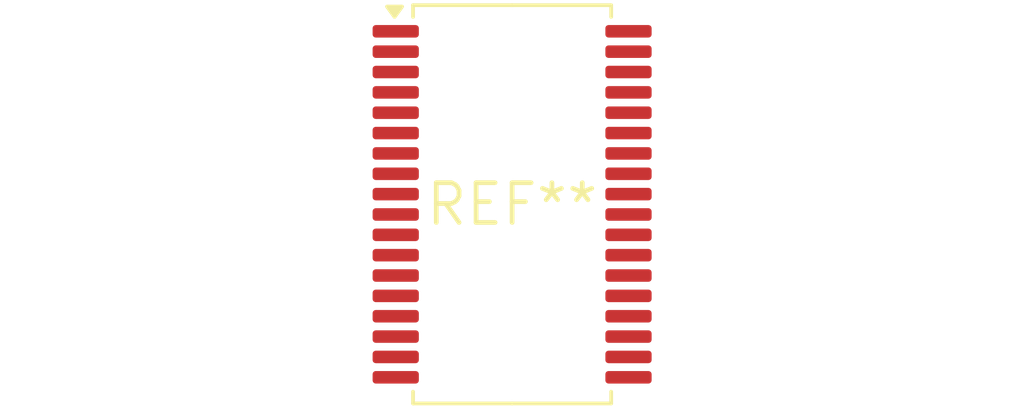
<source format=kicad_pcb>
(kicad_pcb (version 20240108) (generator pcbnew)
  (layers (0 "F.Cu" signal) (31 "B.Cu" signal) (34 "B.Paste" user) (35 "F.Paste" user) (36 "B.SilkS" user "B.Silkscreen") (37 "F.SilkS" user "F.Silkscreen") (38 "B.Mask" user) (39 "F.Mask" user) (44 "Edge.Cuts" user))
  (net 0 "")
  (footprint "TSSOP-36_6.1x12.5mm_P0.65mm" (layer "F.Cu") (at 0 0)
    (property "Reference" "REF**")
    (property "Value" "TSSOP-36_6.1x12.5mm_P0.65mm")
    (fp_line (start -3.16 -6.36) (end -3.16 -5.985) (layer "F.SilkS") (stroke (width 0.12)))
    (fp_line (start -3.16 6.36) (end -3.16 5.985) (layer "F.SilkS") (stroke (width 0.12)))
    (fp_line (start 0 -6.36) (end -3.16 -6.36) (layer "F.SilkS") (stroke (width 0.12)))
    (fp_line (start 0 -6.36) (end 3.16 -6.36) (layer "F.SilkS") (stroke (width 0.12)))
    (fp_line (start 0 6.36) (end -3.16 6.36) (layer "F.SilkS") (stroke (width 0.12)))
    (fp_line (start 0 6.36) (end 3.16 6.36) (layer "F.SilkS") (stroke (width 0.12)))
    (fp_line (start 3.16 -6.36) (end 3.16 -5.985) (layer "F.SilkS") (stroke (width 0.12)))
    (fp_line (start 3.16 6.36) (end 3.16 5.985) (layer "F.SilkS") (stroke (width 0.12)))
    (fp_poly (pts (xy -3.75 -5.985) (xy -3.99 -6.315) (xy -3.51 -6.315) (xy -3.75 -5.985)) (layer "F.SilkS") (stroke (width 0.12)) (fill solid))
    (pad "1" smd roundrect (at -3.7125 -5.525) (size 1.475 0.4) (layers "F.Cu" "F.Paste" "F.Mask"))
    (pad "2" smd roundrect (at -3.7125 -4.875) (size 1.475 0.4) (layers "F.Cu" "F.Paste" "F.Mask"))
    (pad "3" smd roundrect (at -3.7125 -4.225) (size 1.475 0.4) (layers "F.Cu" "F.Paste" "F.Mask"))
    (pad "4" smd roundrect (at -3.7125 -3.575) (size 1.475 0.4) (layers "F.Cu" "F.Paste" "F.Mask"))
    (pad "5" smd roundrect (at -3.7125 -2.925) (size 1.475 0.4) (layers "F.Cu" "F.Paste" "F.Mask"))
    (pad "6" smd roundrect (at -3.7125 -2.275) (size 1.475 0.4) (layers "F.Cu" "F.Paste" "F.Mask"))
    (pad "7" smd roundrect (at -3.7125 -1.625) (size 1.475 0.4) (layers "F.Cu" "F.Paste" "F.Mask"))
    (pad "8" smd roundrect (at -3.7125 -0.975) (size 1.475 0.4) (layers "F.Cu" "F.Paste" "F.Mask"))
    (pad "9" smd roundrect (at -3.7125 -0.325) (size 1.475 0.4) (layers "F.Cu" "F.Paste" "F.Mask"))
    (pad "10" smd roundrect (at -3.7125 0.325) (size 1.475 0.4) (layers "F.Cu" "F.Paste" "F.Mask"))
    (pad "11" smd roundrect (at -3.7125 0.975) (size 1.475 0.4) (layers "F.Cu" "F.Paste" "F.Mask"))
    (pad "12" smd roundrect (at -3.7125 1.625) (size 1.475 0.4) (layers "F.Cu" "F.Paste" "F.Mask"))
    (pad "13" smd roundrect (at -3.7125 2.275) (size 1.475 0.4) (layers "F.Cu" "F.Paste" "F.Mask"))
    (pad "14" smd roundrect (at -3.7125 2.925) (size 1.475 0.4) (layers "F.Cu" "F.Paste" "F.Mask"))
    (pad "15" smd roundrect (at -3.7125 3.575) (size 1.475 0.4) (layers "F.Cu" "F.Paste" "F.Mask"))
    (pad "16" smd roundrect (at -3.7125 4.225) (size 1.475 0.4) (layers "F.Cu" "F.Paste" "F.Mask"))
    (pad "17" smd roundrect (at -3.7125 4.875) (size 1.475 0.4) (layers "F.Cu" "F.Paste" "F.Mask"))
    (pad "18" smd roundrect (at -3.7125 5.525) (size 1.475 0.4) (layers "F.Cu" "F.Paste" "F.Mask"))
    (pad "19" smd roundrect (at 3.7125 5.525) (size 1.475 0.4) (layers "F.Cu" "F.Paste" "F.Mask"))
    (pad "20" smd roundrect (at 3.7125 4.875) (size 1.475 0.4) (layers "F.Cu" "F.Paste" "F.Mask"))
    (pad "21" smd roundrect (at 3.7125 4.225) (size 1.475 0.4) (layers "F.Cu" "F.Paste" "F.Mask"))
    (pad "22" smd roundrect (at 3.7125 3.575) (size 1.475 0.4) (layers "F.Cu" "F.Paste" "F.Mask"))
    (pad "23" smd roundrect (at 3.7125 2.925) (size 1.475 0.4) (layers "F.Cu" "F.Paste" "F.Mask"))
    (pad "24" smd roundrect (at 3.7125 2.275) (size 1.475 0.4) (layers "F.Cu" "F.Paste" "F.Mask"))
    (pad "25" smd roundrect (at 3.7125 1.625) (size 1.475 0.4) (layers "F.Cu" "F.Paste" "F.Mask"))
    (pad "26" smd roundrect (at 3.7125 0.975) (size 1.475 0.4) (layers "F.Cu" "F.Paste" "F.Mask"))
    (pad "27" smd roundrect (at 3.7125 0.325) (size 1.475 0.4) (layers "F.Cu" "F.Paste" "F.Mask"))
    (pad "28" smd roundrect (at 3.7125 -0.325) (size 1.475 0.4) (layers "F.Cu" "F.Paste" "F.Mask"))
    (pad "29" smd roundrect (at 3.7125 -0.975) (size 1.475 0.4) (layers "F.Cu" "F.Paste" "F.Mask"))
    (pad "30" smd roundrect (at 3.7125 -1.625) (size 1.475 0.4) (layers "F.Cu" "F.Paste" "F.Mask"))
    (pad "31" smd roundrect (at 3.7125 -2.275) (size 1.475 0.4) (layers "F.Cu" "F.Paste" "F.Mask"))
    (pad "32" smd roundrect (at 3.7125 -2.925) (size 1.475 0.4) (layers "F.Cu" "F.Paste" "F.Mask"))
    (pad "33" smd roundrect (at 3.7125 -3.575) (size 1.475 0.4) (layers "F.Cu" "F.Paste" "F.Mask"))
    (pad "34" smd roundrect (at 3.7125 -4.225) (size 1.475 0.4) (layers "F.Cu" "F.Paste" "F.Mask"))
    (pad "35" smd roundrect (at 3.7125 -4.875) (size 1.475 0.4) (layers "F.Cu" "F.Paste" "F.Mask"))
    (pad "36" smd roundrect (at 3.7125 -5.525) (size 1.475 0.4) (layers "F.Cu" "F.Paste" "F.Mask"))
  )
)
</source>
